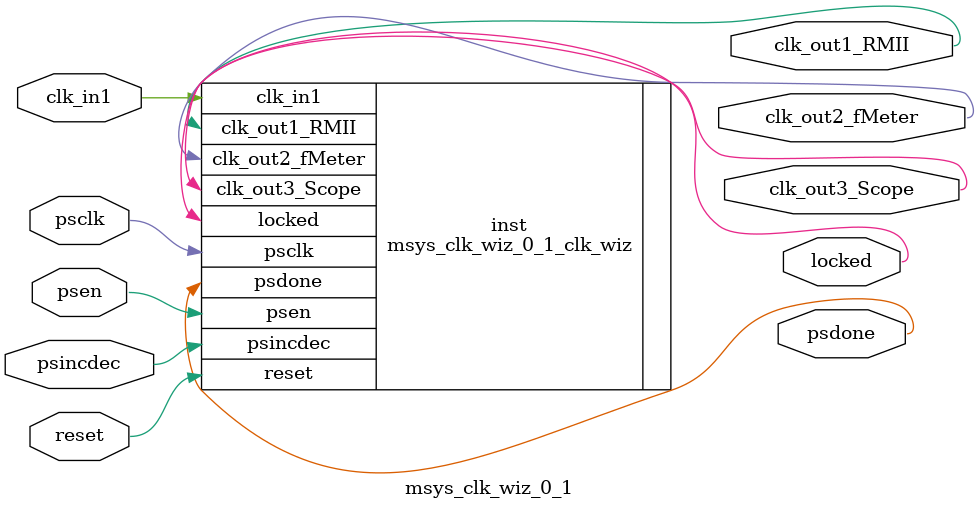
<source format=v>


`timescale 1ps/1ps

(* CORE_GENERATION_INFO = "msys_clk_wiz_0_1,clk_wiz_v6_0_5_0_0,{component_name=msys_clk_wiz_0_1,use_phase_alignment=true,use_min_o_jitter=false,use_max_i_jitter=false,use_dyn_phase_shift=true,use_inclk_switchover=false,use_dyn_reconfig=false,enable_axi=0,feedback_source=FDBK_AUTO,PRIMITIVE=MMCM,num_out_clk=3,clkin1_period=20.000,clkin2_period=10.000,use_power_down=false,use_reset=true,use_locked=true,use_inclk_stopped=false,feedback_type=SINGLE,CLOCK_MGR_TYPE=NA,manual_override=false}" *)

module msys_clk_wiz_0_1 
 (
  // Clock out ports
  output        clk_out1_RMII,
  output        clk_out2_fMeter,
  output        clk_out3_Scope,
  // Dynamic phase shift ports
  input         psclk,
  input         psen,
  input         psincdec,
  output        psdone,
  // Status and control signals
  input         reset,
  output        locked,
 // Clock in ports
  input         clk_in1
 );

  msys_clk_wiz_0_1_clk_wiz inst
  (
  // Clock out ports  
  .clk_out1_RMII(clk_out1_RMII),
  .clk_out2_fMeter(clk_out2_fMeter),
  .clk_out3_Scope(clk_out3_Scope),
  // Dynamic phase shift ports                
  .psclk(psclk),
  .psen(psen),
  .psincdec(psincdec),
  .psdone(psdone),
  // Status and control signals               
  .reset(reset), 
  .locked(locked),
 // Clock in ports
  .clk_in1(clk_in1)
  );

endmodule

</source>
